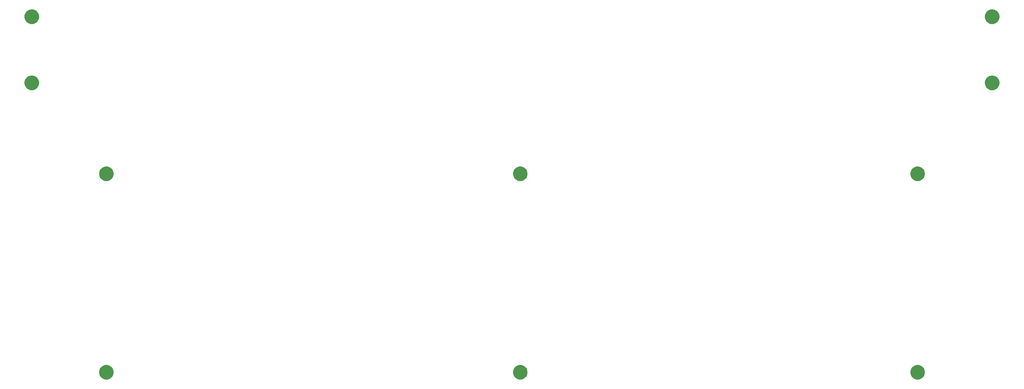
<source format=gbs>
G04 #@! TF.GenerationSoftware,KiCad,Pcbnew,(5.1.0-0)*
G04 #@! TF.CreationDate,2019-05-29T21:10:33+01:00*
G04 #@! TF.ProjectId,tartan_bottom,74617274-616e-45f6-926f-74746f6d2e6b,V1.0*
G04 #@! TF.SameCoordinates,Original*
G04 #@! TF.FileFunction,Soldermask,Bot*
G04 #@! TF.FilePolarity,Negative*
%FSLAX46Y46*%
G04 Gerber Fmt 4.6, Leading zero omitted, Abs format (unit mm)*
G04 Created by KiCad (PCBNEW (5.1.0-0)) date 2019-05-29 21:10:33*
%MOMM*%
%LPD*%
G04 APERTURE LIST*
%ADD10C,0.100000*%
G04 APERTURE END LIST*
D10*
G36*
X305406297Y-150374452D02*
G01*
X305406299Y-150374453D01*
X305406300Y-150374453D01*
X305518235Y-150420818D01*
X305788473Y-150532754D01*
X306132422Y-150762573D01*
X306424927Y-151055078D01*
X306654746Y-151399027D01*
X306813048Y-151781203D01*
X306893750Y-152186918D01*
X306893750Y-152600582D01*
X306813048Y-153006297D01*
X306654746Y-153388473D01*
X306424927Y-153732422D01*
X306132422Y-154024927D01*
X305788473Y-154254746D01*
X305518235Y-154366682D01*
X305406300Y-154413047D01*
X305406299Y-154413047D01*
X305406297Y-154413048D01*
X305000582Y-154493750D01*
X304586918Y-154493750D01*
X304181203Y-154413048D01*
X304181201Y-154413047D01*
X304181200Y-154413047D01*
X304069265Y-154366682D01*
X303799027Y-154254746D01*
X303455078Y-154024927D01*
X303162573Y-153732422D01*
X302932754Y-153388473D01*
X302774452Y-153006297D01*
X302693750Y-152600582D01*
X302693750Y-152186918D01*
X302774452Y-151781203D01*
X302932754Y-151399027D01*
X303162573Y-151055078D01*
X303455078Y-150762573D01*
X303799027Y-150532754D01*
X304069265Y-150420818D01*
X304181200Y-150374453D01*
X304181201Y-150374453D01*
X304181203Y-150374452D01*
X304586918Y-150293750D01*
X305000582Y-150293750D01*
X305406297Y-150374452D01*
X305406297Y-150374452D01*
G37*
G36*
X191106297Y-150374452D02*
G01*
X191106299Y-150374453D01*
X191106300Y-150374453D01*
X191218235Y-150420818D01*
X191488473Y-150532754D01*
X191832422Y-150762573D01*
X192124927Y-151055078D01*
X192354746Y-151399027D01*
X192513048Y-151781203D01*
X192593750Y-152186918D01*
X192593750Y-152600582D01*
X192513048Y-153006297D01*
X192354746Y-153388473D01*
X192124927Y-153732422D01*
X191832422Y-154024927D01*
X191488473Y-154254746D01*
X191218235Y-154366682D01*
X191106300Y-154413047D01*
X191106299Y-154413047D01*
X191106297Y-154413048D01*
X190700582Y-154493750D01*
X190286918Y-154493750D01*
X189881203Y-154413048D01*
X189881201Y-154413047D01*
X189881200Y-154413047D01*
X189769265Y-154366682D01*
X189499027Y-154254746D01*
X189155078Y-154024927D01*
X188862573Y-153732422D01*
X188632754Y-153388473D01*
X188474452Y-153006297D01*
X188393750Y-152600582D01*
X188393750Y-152186918D01*
X188474452Y-151781203D01*
X188632754Y-151399027D01*
X188862573Y-151055078D01*
X189155078Y-150762573D01*
X189499027Y-150532754D01*
X189769265Y-150420818D01*
X189881200Y-150374453D01*
X189881201Y-150374453D01*
X189881203Y-150374452D01*
X190286918Y-150293750D01*
X190700582Y-150293750D01*
X191106297Y-150374452D01*
X191106297Y-150374452D01*
G37*
G36*
X72043797Y-150374452D02*
G01*
X72043799Y-150374453D01*
X72043800Y-150374453D01*
X72155735Y-150420818D01*
X72425973Y-150532754D01*
X72769922Y-150762573D01*
X73062427Y-151055078D01*
X73292246Y-151399027D01*
X73450548Y-151781203D01*
X73531250Y-152186918D01*
X73531250Y-152600582D01*
X73450548Y-153006297D01*
X73292246Y-153388473D01*
X73062427Y-153732422D01*
X72769922Y-154024927D01*
X72425973Y-154254746D01*
X72155735Y-154366682D01*
X72043800Y-154413047D01*
X72043799Y-154413047D01*
X72043797Y-154413048D01*
X71638082Y-154493750D01*
X71224418Y-154493750D01*
X70818703Y-154413048D01*
X70818701Y-154413047D01*
X70818700Y-154413047D01*
X70706765Y-154366682D01*
X70436527Y-154254746D01*
X70092578Y-154024927D01*
X69800073Y-153732422D01*
X69570254Y-153388473D01*
X69411952Y-153006297D01*
X69331250Y-152600582D01*
X69331250Y-152186918D01*
X69411952Y-151781203D01*
X69570254Y-151399027D01*
X69800073Y-151055078D01*
X70092578Y-150762573D01*
X70436527Y-150532754D01*
X70706765Y-150420818D01*
X70818700Y-150374453D01*
X70818701Y-150374453D01*
X70818703Y-150374452D01*
X71224418Y-150293750D01*
X71638082Y-150293750D01*
X72043797Y-150374452D01*
X72043797Y-150374452D01*
G37*
G36*
X305406297Y-93224452D02*
G01*
X305406299Y-93224453D01*
X305406300Y-93224453D01*
X305518235Y-93270818D01*
X305788473Y-93382754D01*
X306132422Y-93612573D01*
X306424927Y-93905078D01*
X306654746Y-94249027D01*
X306813048Y-94631203D01*
X306893750Y-95036918D01*
X306893750Y-95450582D01*
X306813048Y-95856297D01*
X306654746Y-96238473D01*
X306424927Y-96582422D01*
X306132422Y-96874927D01*
X305788473Y-97104746D01*
X305518235Y-97216682D01*
X305406300Y-97263047D01*
X305406299Y-97263047D01*
X305406297Y-97263048D01*
X305000582Y-97343750D01*
X304586918Y-97343750D01*
X304181203Y-97263048D01*
X304181201Y-97263047D01*
X304181200Y-97263047D01*
X304069265Y-97216682D01*
X303799027Y-97104746D01*
X303455078Y-96874927D01*
X303162573Y-96582422D01*
X302932754Y-96238473D01*
X302774452Y-95856297D01*
X302693750Y-95450582D01*
X302693750Y-95036918D01*
X302774452Y-94631203D01*
X302932754Y-94249027D01*
X303162573Y-93905078D01*
X303455078Y-93612573D01*
X303799027Y-93382754D01*
X304069265Y-93270818D01*
X304181200Y-93224453D01*
X304181201Y-93224453D01*
X304181203Y-93224452D01*
X304586918Y-93143750D01*
X305000582Y-93143750D01*
X305406297Y-93224452D01*
X305406297Y-93224452D01*
G37*
G36*
X191106297Y-93224452D02*
G01*
X191106299Y-93224453D01*
X191106300Y-93224453D01*
X191218235Y-93270818D01*
X191488473Y-93382754D01*
X191832422Y-93612573D01*
X192124927Y-93905078D01*
X192354746Y-94249027D01*
X192513048Y-94631203D01*
X192593750Y-95036918D01*
X192593750Y-95450582D01*
X192513048Y-95856297D01*
X192354746Y-96238473D01*
X192124927Y-96582422D01*
X191832422Y-96874927D01*
X191488473Y-97104746D01*
X191218235Y-97216682D01*
X191106300Y-97263047D01*
X191106299Y-97263047D01*
X191106297Y-97263048D01*
X190700582Y-97343750D01*
X190286918Y-97343750D01*
X189881203Y-97263048D01*
X189881201Y-97263047D01*
X189881200Y-97263047D01*
X189769265Y-97216682D01*
X189499027Y-97104746D01*
X189155078Y-96874927D01*
X188862573Y-96582422D01*
X188632754Y-96238473D01*
X188474452Y-95856297D01*
X188393750Y-95450582D01*
X188393750Y-95036918D01*
X188474452Y-94631203D01*
X188632754Y-94249027D01*
X188862573Y-93905078D01*
X189155078Y-93612573D01*
X189499027Y-93382754D01*
X189769265Y-93270818D01*
X189881200Y-93224453D01*
X189881201Y-93224453D01*
X189881203Y-93224452D01*
X190286918Y-93143750D01*
X190700582Y-93143750D01*
X191106297Y-93224452D01*
X191106297Y-93224452D01*
G37*
G36*
X72043797Y-93224452D02*
G01*
X72043799Y-93224453D01*
X72043800Y-93224453D01*
X72155735Y-93270818D01*
X72425973Y-93382754D01*
X72769922Y-93612573D01*
X73062427Y-93905078D01*
X73292246Y-94249027D01*
X73450548Y-94631203D01*
X73531250Y-95036918D01*
X73531250Y-95450582D01*
X73450548Y-95856297D01*
X73292246Y-96238473D01*
X73062427Y-96582422D01*
X72769922Y-96874927D01*
X72425973Y-97104746D01*
X72155735Y-97216682D01*
X72043800Y-97263047D01*
X72043799Y-97263047D01*
X72043797Y-97263048D01*
X71638082Y-97343750D01*
X71224418Y-97343750D01*
X70818703Y-97263048D01*
X70818701Y-97263047D01*
X70818700Y-97263047D01*
X70706765Y-97216682D01*
X70436527Y-97104746D01*
X70092578Y-96874927D01*
X69800073Y-96582422D01*
X69570254Y-96238473D01*
X69411952Y-95856297D01*
X69331250Y-95450582D01*
X69331250Y-95036918D01*
X69411952Y-94631203D01*
X69570254Y-94249027D01*
X69800073Y-93905078D01*
X70092578Y-93612573D01*
X70436527Y-93382754D01*
X70706765Y-93270818D01*
X70818700Y-93224453D01*
X70818701Y-93224453D01*
X70818703Y-93224452D01*
X71224418Y-93143750D01*
X71638082Y-93143750D01*
X72043797Y-93224452D01*
X72043797Y-93224452D01*
G37*
G36*
X326837547Y-67030702D02*
G01*
X326837549Y-67030703D01*
X326837550Y-67030703D01*
X326949485Y-67077068D01*
X327219723Y-67189004D01*
X327563672Y-67418823D01*
X327856177Y-67711328D01*
X328085996Y-68055277D01*
X328244298Y-68437453D01*
X328325000Y-68843168D01*
X328325000Y-69256832D01*
X328244298Y-69662547D01*
X328085996Y-70044723D01*
X327856177Y-70388672D01*
X327563672Y-70681177D01*
X327219723Y-70910996D01*
X326949485Y-71022932D01*
X326837550Y-71069297D01*
X326837549Y-71069297D01*
X326837547Y-71069298D01*
X326431832Y-71150000D01*
X326018168Y-71150000D01*
X325612453Y-71069298D01*
X325612451Y-71069297D01*
X325612450Y-71069297D01*
X325500515Y-71022932D01*
X325230277Y-70910996D01*
X324886328Y-70681177D01*
X324593823Y-70388672D01*
X324364004Y-70044723D01*
X324205702Y-69662547D01*
X324125000Y-69256832D01*
X324125000Y-68843168D01*
X324205702Y-68437453D01*
X324364004Y-68055277D01*
X324593823Y-67711328D01*
X324886328Y-67418823D01*
X325230277Y-67189004D01*
X325500515Y-67077068D01*
X325612450Y-67030703D01*
X325612451Y-67030703D01*
X325612453Y-67030702D01*
X326018168Y-66950000D01*
X326431832Y-66950000D01*
X326837547Y-67030702D01*
X326837547Y-67030702D01*
G37*
G36*
X50612547Y-67030702D02*
G01*
X50612549Y-67030703D01*
X50612550Y-67030703D01*
X50724485Y-67077068D01*
X50994723Y-67189004D01*
X51338672Y-67418823D01*
X51631177Y-67711328D01*
X51860996Y-68055277D01*
X52019298Y-68437453D01*
X52100000Y-68843168D01*
X52100000Y-69256832D01*
X52019298Y-69662547D01*
X51860996Y-70044723D01*
X51631177Y-70388672D01*
X51338672Y-70681177D01*
X50994723Y-70910996D01*
X50724485Y-71022932D01*
X50612550Y-71069297D01*
X50612549Y-71069297D01*
X50612547Y-71069298D01*
X50206832Y-71150000D01*
X49793168Y-71150000D01*
X49387453Y-71069298D01*
X49387451Y-71069297D01*
X49387450Y-71069297D01*
X49275515Y-71022932D01*
X49005277Y-70910996D01*
X48661328Y-70681177D01*
X48368823Y-70388672D01*
X48139004Y-70044723D01*
X47980702Y-69662547D01*
X47900000Y-69256832D01*
X47900000Y-68843168D01*
X47980702Y-68437453D01*
X48139004Y-68055277D01*
X48368823Y-67711328D01*
X48661328Y-67418823D01*
X49005277Y-67189004D01*
X49275515Y-67077068D01*
X49387450Y-67030703D01*
X49387451Y-67030703D01*
X49387453Y-67030702D01*
X49793168Y-66950000D01*
X50206832Y-66950000D01*
X50612547Y-67030702D01*
X50612547Y-67030702D01*
G37*
G36*
X326837547Y-47980702D02*
G01*
X326837549Y-47980703D01*
X326837550Y-47980703D01*
X326949485Y-48027068D01*
X327219723Y-48139004D01*
X327563672Y-48368823D01*
X327856177Y-48661328D01*
X328085996Y-49005277D01*
X328244298Y-49387453D01*
X328325000Y-49793168D01*
X328325000Y-50206832D01*
X328244298Y-50612547D01*
X328085996Y-50994723D01*
X327856177Y-51338672D01*
X327563672Y-51631177D01*
X327219723Y-51860996D01*
X326949485Y-51972932D01*
X326837550Y-52019297D01*
X326837549Y-52019297D01*
X326837547Y-52019298D01*
X326431832Y-52100000D01*
X326018168Y-52100000D01*
X325612453Y-52019298D01*
X325612451Y-52019297D01*
X325612450Y-52019297D01*
X325500515Y-51972932D01*
X325230277Y-51860996D01*
X324886328Y-51631177D01*
X324593823Y-51338672D01*
X324364004Y-50994723D01*
X324205702Y-50612547D01*
X324125000Y-50206832D01*
X324125000Y-49793168D01*
X324205702Y-49387453D01*
X324364004Y-49005277D01*
X324593823Y-48661328D01*
X324886328Y-48368823D01*
X325230277Y-48139004D01*
X325500515Y-48027068D01*
X325612450Y-47980703D01*
X325612451Y-47980703D01*
X325612453Y-47980702D01*
X326018168Y-47900000D01*
X326431832Y-47900000D01*
X326837547Y-47980702D01*
X326837547Y-47980702D01*
G37*
G36*
X50612547Y-47980702D02*
G01*
X50612549Y-47980703D01*
X50612550Y-47980703D01*
X50724485Y-48027068D01*
X50994723Y-48139004D01*
X51338672Y-48368823D01*
X51631177Y-48661328D01*
X51860996Y-49005277D01*
X52019298Y-49387453D01*
X52100000Y-49793168D01*
X52100000Y-50206832D01*
X52019298Y-50612547D01*
X51860996Y-50994723D01*
X51631177Y-51338672D01*
X51338672Y-51631177D01*
X50994723Y-51860996D01*
X50724485Y-51972932D01*
X50612550Y-52019297D01*
X50612549Y-52019297D01*
X50612547Y-52019298D01*
X50206832Y-52100000D01*
X49793168Y-52100000D01*
X49387453Y-52019298D01*
X49387451Y-52019297D01*
X49387450Y-52019297D01*
X49275515Y-51972932D01*
X49005277Y-51860996D01*
X48661328Y-51631177D01*
X48368823Y-51338672D01*
X48139004Y-50994723D01*
X47980702Y-50612547D01*
X47900000Y-50206832D01*
X47900000Y-49793168D01*
X47980702Y-49387453D01*
X48139004Y-49005277D01*
X48368823Y-48661328D01*
X48661328Y-48368823D01*
X49005277Y-48139004D01*
X49275515Y-48027068D01*
X49387450Y-47980703D01*
X49387451Y-47980703D01*
X49387453Y-47980702D01*
X49793168Y-47900000D01*
X50206832Y-47900000D01*
X50612547Y-47980702D01*
X50612547Y-47980702D01*
G37*
M02*

</source>
